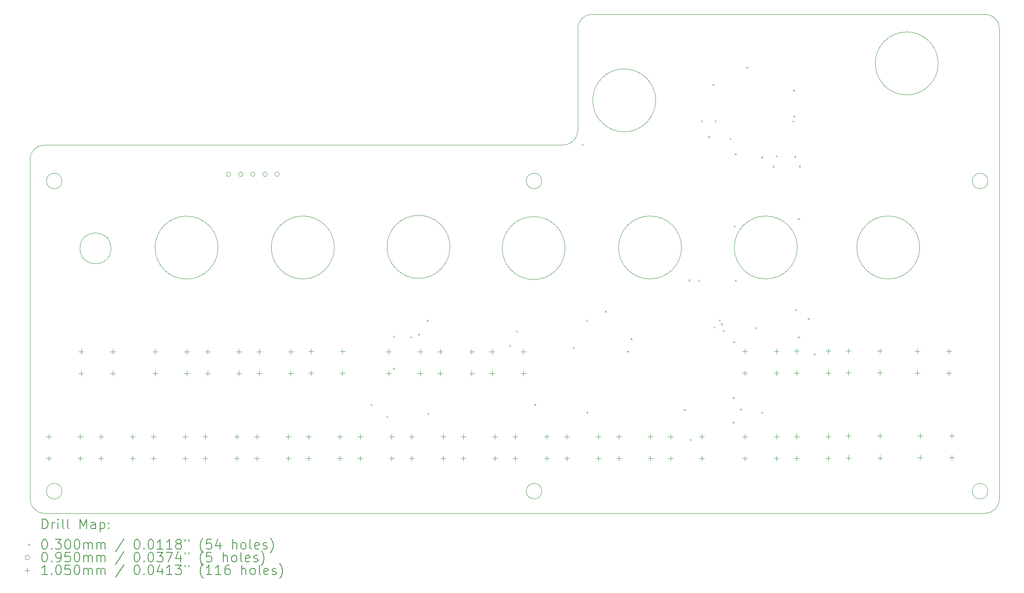
<source format=gbr>
%TF.GenerationSoftware,KiCad,Pcbnew,8.0.8*%
%TF.CreationDate,2025-03-23T17:18:38+09:00*%
%TF.ProjectId,panelBoard,70616e65-6c42-46f6-9172-642e6b696361,rev?*%
%TF.SameCoordinates,Original*%
%TF.FileFunction,Drillmap*%
%TF.FilePolarity,Positive*%
%FSLAX45Y45*%
G04 Gerber Fmt 4.5, Leading zero omitted, Abs format (unit mm)*
G04 Created by KiCad (PCBNEW 8.0.8) date 2025-03-23 17:18:38*
%MOMM*%
%LPD*%
G01*
G04 APERTURE LIST*
%ADD10C,0.050000*%
%ADD11C,0.100000*%
%ADD12C,0.200000*%
%ADD13C,0.105000*%
G04 APERTURE END LIST*
D10*
X9778200Y-10113400D02*
G75*
G02*
X8478200Y-10113400I-650000J0D01*
G01*
X8478200Y-10113400D02*
G75*
G02*
X9778200Y-10113400I650000J0D01*
G01*
D11*
X3800000Y-15600000D02*
G75*
G02*
X3500000Y-15300000I0J300000D01*
G01*
X23500000Y-15300000D02*
G75*
G02*
X23200000Y-15600000I-300000J0D01*
G01*
D10*
X4160000Y-15141500D02*
G75*
G02*
X3840000Y-15141500I-160000J0D01*
G01*
X3840000Y-15141500D02*
G75*
G02*
X4160000Y-15141500I160000J0D01*
G01*
X14060000Y-15141500D02*
G75*
G02*
X13740000Y-15141500I-160000J0D01*
G01*
X13740000Y-15141500D02*
G75*
G02*
X14060000Y-15141500I160000J0D01*
G01*
D11*
X23200000Y-15600000D02*
X3800000Y-15600000D01*
X3800000Y-8000000D02*
X14000000Y-8000000D01*
X3500000Y-8300000D02*
X3500000Y-15300000D01*
X15100000Y-5300000D02*
X23200000Y-5300000D01*
D10*
X14060000Y-8741500D02*
G75*
G02*
X13740000Y-8741500I-160000J0D01*
G01*
X13740000Y-8741500D02*
G75*
G02*
X14060000Y-8741500I160000J0D01*
G01*
D11*
X23500000Y-5600000D02*
X23500000Y-15300000D01*
D10*
X22236900Y-6316100D02*
G75*
G02*
X20936900Y-6316100I-650000J0D01*
G01*
X20936900Y-6316100D02*
G75*
G02*
X22236900Y-6316100I650000J0D01*
G01*
X7380200Y-10115700D02*
G75*
G02*
X6080200Y-10115700I-650000J0D01*
G01*
X6080200Y-10115700D02*
G75*
G02*
X7380200Y-10115700I650000J0D01*
G01*
D11*
X14800000Y-5600000D02*
G75*
G02*
X15100000Y-5300000I300000J0D01*
G01*
D10*
X23260000Y-8741500D02*
G75*
G02*
X22940000Y-8741500I-160000J0D01*
G01*
X22940000Y-8741500D02*
G75*
G02*
X23260000Y-8741500I160000J0D01*
G01*
D11*
X3500000Y-8300000D02*
G75*
G02*
X3800000Y-8000000I300000J0D01*
G01*
D10*
X16941000Y-10113400D02*
G75*
G02*
X15641000Y-10113400I-650000J0D01*
G01*
X15641000Y-10113400D02*
G75*
G02*
X16941000Y-10113400I650000J0D01*
G01*
D11*
X14800000Y-7700000D02*
X14800000Y-5600000D01*
D10*
X16407600Y-7078100D02*
G75*
G02*
X15107600Y-7078100I-650000J0D01*
G01*
X15107600Y-7078100D02*
G75*
G02*
X16407600Y-7078100I650000J0D01*
G01*
D11*
X23200000Y-5300000D02*
G75*
G02*
X23500000Y-5600000I0J-300000D01*
G01*
D10*
X21855900Y-10113400D02*
G75*
G02*
X20555900Y-10113400I-650000J0D01*
G01*
X20555900Y-10113400D02*
G75*
G02*
X21855900Y-10113400I650000J0D01*
G01*
X5171470Y-10131950D02*
G75*
G02*
X4531470Y-10131950I-320000J0D01*
G01*
X4531470Y-10131950D02*
G75*
G02*
X5171470Y-10131950I320000J0D01*
G01*
X19328600Y-10113400D02*
G75*
G02*
X18028600Y-10113400I-650000J0D01*
G01*
X18028600Y-10113400D02*
G75*
G02*
X19328600Y-10113400I650000J0D01*
G01*
D11*
X14000000Y-8000000D02*
X14500000Y-8000000D01*
D10*
X14540700Y-10126100D02*
G75*
G02*
X13240700Y-10126100I-650000J0D01*
G01*
X13240700Y-10126100D02*
G75*
G02*
X14540700Y-10126100I650000J0D01*
G01*
X4160000Y-8741500D02*
G75*
G02*
X3840000Y-8741500I-160000J0D01*
G01*
X3840000Y-8741500D02*
G75*
G02*
X4160000Y-8741500I160000J0D01*
G01*
X12165800Y-10100700D02*
G75*
G02*
X10865800Y-10100700I-650000J0D01*
G01*
X10865800Y-10100700D02*
G75*
G02*
X12165800Y-10100700I650000J0D01*
G01*
X23260000Y-15141500D02*
G75*
G02*
X22940000Y-15141500I-160000J0D01*
G01*
X22940000Y-15141500D02*
G75*
G02*
X23260000Y-15141500I160000J0D01*
G01*
D11*
X14800000Y-7700000D02*
G75*
G02*
X14500000Y-8000000I-300000J0D01*
G01*
D12*
D11*
X10530300Y-13342700D02*
X10560300Y-13372700D01*
X10560300Y-13342700D02*
X10530300Y-13372700D01*
X10856100Y-13592100D02*
X10886100Y-13622100D01*
X10886100Y-13592100D02*
X10856100Y-13622100D01*
X10990800Y-12594500D02*
X11020800Y-12624500D01*
X11020800Y-12594500D02*
X10990800Y-12624500D01*
X10993500Y-11936300D02*
X11023500Y-11966300D01*
X11023500Y-11936300D02*
X10993500Y-11966300D01*
X11345200Y-11947100D02*
X11375200Y-11977100D01*
X11375200Y-11947100D02*
X11345200Y-11977100D01*
X11505700Y-11891000D02*
X11535700Y-11921000D01*
X11535700Y-11891000D02*
X11505700Y-11921000D01*
X11686500Y-11603000D02*
X11716500Y-11633000D01*
X11716500Y-11603000D02*
X11686500Y-11633000D01*
X11700000Y-13522600D02*
X11730000Y-13552600D01*
X11730000Y-13522600D02*
X11700000Y-13552600D01*
X13385500Y-12126800D02*
X13415500Y-12156800D01*
X13415500Y-12126800D02*
X13385500Y-12156800D01*
X13535900Y-11824900D02*
X13565900Y-11854900D01*
X13565900Y-11824900D02*
X13535900Y-11854900D01*
X13903200Y-13339700D02*
X13933200Y-13369700D01*
X13933200Y-13339700D02*
X13903200Y-13369700D01*
X14700400Y-12168100D02*
X14730400Y-12198100D01*
X14730400Y-12168100D02*
X14700400Y-12198100D01*
X14885000Y-7978240D02*
X14915000Y-8008240D01*
X14915000Y-7978240D02*
X14885000Y-8008240D01*
X14976100Y-11605600D02*
X15006100Y-11635600D01*
X15006100Y-11605600D02*
X14976100Y-11635600D01*
X14979200Y-13502700D02*
X15009200Y-13532700D01*
X15009200Y-13502700D02*
X14979200Y-13532700D01*
X15359900Y-11419400D02*
X15389900Y-11449400D01*
X15389900Y-11419400D02*
X15359900Y-11449400D01*
X15820900Y-12244700D02*
X15850900Y-12274700D01*
X15850900Y-12244700D02*
X15820900Y-12274700D01*
X15891600Y-11986600D02*
X15921600Y-12016600D01*
X15921600Y-11986600D02*
X15891600Y-12016600D01*
X16987800Y-13446800D02*
X17017800Y-13476800D01*
X17017800Y-13446800D02*
X16987800Y-13476800D01*
X17085000Y-10775404D02*
X17115000Y-10805404D01*
X17115000Y-10775404D02*
X17085000Y-10805404D01*
X17110700Y-14065800D02*
X17140700Y-14095800D01*
X17140700Y-14065800D02*
X17110700Y-14095800D01*
X17285000Y-10785000D02*
X17315000Y-10815000D01*
X17315000Y-10785000D02*
X17285000Y-10815000D01*
X17345900Y-7490830D02*
X17375900Y-7520830D01*
X17375900Y-7490830D02*
X17345900Y-7520830D01*
X17488100Y-7816260D02*
X17518100Y-7846260D01*
X17518100Y-7816260D02*
X17488100Y-7846260D01*
X17581200Y-6741240D02*
X17611200Y-6771240D01*
X17611200Y-6741240D02*
X17581200Y-6771240D01*
X17602000Y-11743300D02*
X17632000Y-11773300D01*
X17632000Y-11743300D02*
X17602000Y-11773300D01*
X17626550Y-7486350D02*
X17656550Y-7516350D01*
X17656550Y-7486350D02*
X17626550Y-7516350D01*
X17714900Y-11601800D02*
X17744900Y-11631800D01*
X17744900Y-11601800D02*
X17714900Y-11631800D01*
X17755000Y-11681600D02*
X17785000Y-11711600D01*
X17785000Y-11681600D02*
X17755000Y-11711600D01*
X17795200Y-11818000D02*
X17825200Y-11848000D01*
X17825200Y-11818000D02*
X17795200Y-11848000D01*
X17934100Y-7859740D02*
X17964100Y-7889740D01*
X17964100Y-7859740D02*
X17934100Y-7889740D01*
X17992000Y-13703200D02*
X18022000Y-13733200D01*
X18022000Y-13703200D02*
X17992000Y-13733200D01*
X17995900Y-13200600D02*
X18025900Y-13230600D01*
X18025900Y-13200600D02*
X17995900Y-13230600D01*
X18005500Y-12051600D02*
X18035500Y-12081600D01*
X18035500Y-12051600D02*
X18005500Y-12081600D01*
X18019000Y-9662400D02*
X18049000Y-9692400D01*
X18049000Y-9662400D02*
X18019000Y-9692400D01*
X18040100Y-8172300D02*
X18070100Y-8202300D01*
X18070100Y-8172300D02*
X18040100Y-8202300D01*
X18044400Y-10780000D02*
X18074400Y-10810000D01*
X18074400Y-10780000D02*
X18044400Y-10810000D01*
X18147200Y-13439100D02*
X18177200Y-13469100D01*
X18177200Y-13439100D02*
X18147200Y-13469100D01*
X18277000Y-6384750D02*
X18307000Y-6414750D01*
X18307000Y-6384750D02*
X18277000Y-6414750D01*
X18460900Y-11758900D02*
X18490900Y-11788900D01*
X18490900Y-11758900D02*
X18460900Y-11788900D01*
X18584800Y-8233880D02*
X18614800Y-8263880D01*
X18614800Y-8233880D02*
X18584800Y-8263880D01*
X18589700Y-13500200D02*
X18619700Y-13530200D01*
X18619700Y-13500200D02*
X18589700Y-13530200D01*
X18822400Y-8428420D02*
X18852400Y-8458420D01*
X18852400Y-8428420D02*
X18822400Y-8458420D01*
X18888200Y-8214250D02*
X18918200Y-8244250D01*
X18918200Y-8214250D02*
X18888200Y-8244250D01*
X19230300Y-7496150D02*
X19260300Y-7526150D01*
X19260300Y-7496150D02*
X19230300Y-7526150D01*
X19242000Y-6858720D02*
X19272000Y-6888720D01*
X19272000Y-6858720D02*
X19242000Y-6888720D01*
X19247600Y-7393710D02*
X19277600Y-7423710D01*
X19277600Y-7393710D02*
X19247600Y-7423710D01*
X19271200Y-8225520D02*
X19301200Y-8255520D01*
X19301200Y-8225520D02*
X19271200Y-8255520D01*
X19289000Y-11389600D02*
X19319000Y-11419600D01*
X19319000Y-11389600D02*
X19289000Y-11419600D01*
X19345000Y-9510470D02*
X19375000Y-9540470D01*
X19375000Y-9510470D02*
X19345000Y-9540470D01*
X19345000Y-11947900D02*
X19375000Y-11977900D01*
X19375000Y-11947900D02*
X19345000Y-11977900D01*
X19365000Y-8422160D02*
X19395000Y-8452160D01*
X19395000Y-8422160D02*
X19365000Y-8452160D01*
X19547100Y-11566500D02*
X19577100Y-11596500D01*
X19577100Y-11566500D02*
X19547100Y-11596500D01*
X19670700Y-12298600D02*
X19700700Y-12328600D01*
X19700700Y-12298600D02*
X19670700Y-12328600D01*
X7644600Y-8602100D02*
G75*
G02*
X7549600Y-8602100I-47500J0D01*
G01*
X7549600Y-8602100D02*
G75*
G02*
X7644600Y-8602100I47500J0D01*
G01*
X7894600Y-8602100D02*
G75*
G02*
X7799600Y-8602100I-47500J0D01*
G01*
X7799600Y-8602100D02*
G75*
G02*
X7894600Y-8602100I47500J0D01*
G01*
X8144600Y-8602100D02*
G75*
G02*
X8049600Y-8602100I-47500J0D01*
G01*
X8049600Y-8602100D02*
G75*
G02*
X8144600Y-8602100I47500J0D01*
G01*
X8394600Y-8602100D02*
G75*
G02*
X8299600Y-8602100I-47500J0D01*
G01*
X8299600Y-8602100D02*
G75*
G02*
X8394600Y-8602100I47500J0D01*
G01*
X8644600Y-8602100D02*
G75*
G02*
X8549600Y-8602100I-47500J0D01*
G01*
X8549600Y-8602100D02*
G75*
G02*
X8644600Y-8602100I47500J0D01*
G01*
D13*
X3886600Y-13963400D02*
X3886600Y-14068400D01*
X3834100Y-14015900D02*
X3939100Y-14015900D01*
X3886600Y-14413400D02*
X3886600Y-14518400D01*
X3834100Y-14465900D02*
X3939100Y-14465900D01*
X4536600Y-13963400D02*
X4536600Y-14068400D01*
X4484100Y-14015900D02*
X4589100Y-14015900D01*
X4536600Y-14413400D02*
X4536600Y-14518400D01*
X4484100Y-14465900D02*
X4589100Y-14465900D01*
X4556200Y-12207200D02*
X4556200Y-12312200D01*
X4503700Y-12259700D02*
X4608700Y-12259700D01*
X4556200Y-12657200D02*
X4556200Y-12762200D01*
X4503700Y-12709700D02*
X4608700Y-12709700D01*
X4966100Y-13963400D02*
X4966100Y-14068400D01*
X4913600Y-14015900D02*
X5018600Y-14015900D01*
X4966100Y-14413400D02*
X4966100Y-14518400D01*
X4913600Y-14465900D02*
X5018600Y-14465900D01*
X5206200Y-12207200D02*
X5206200Y-12312200D01*
X5153700Y-12259700D02*
X5258700Y-12259700D01*
X5206200Y-12657200D02*
X5206200Y-12762200D01*
X5153700Y-12709700D02*
X5258700Y-12709700D01*
X5616100Y-13963400D02*
X5616100Y-14068400D01*
X5563600Y-14015900D02*
X5668600Y-14015900D01*
X5616100Y-14413400D02*
X5616100Y-14518400D01*
X5563600Y-14465900D02*
X5668600Y-14465900D01*
X6048100Y-13963400D02*
X6048100Y-14068400D01*
X5995600Y-14015900D02*
X6100600Y-14015900D01*
X6048100Y-14413400D02*
X6048100Y-14518400D01*
X5995600Y-14465900D02*
X6100600Y-14465900D01*
X6080200Y-12207200D02*
X6080200Y-12312200D01*
X6027700Y-12259700D02*
X6132700Y-12259700D01*
X6080200Y-12657200D02*
X6080200Y-12762200D01*
X6027700Y-12709700D02*
X6132700Y-12709700D01*
X6698100Y-13963400D02*
X6698100Y-14068400D01*
X6645600Y-14015900D02*
X6750600Y-14015900D01*
X6698100Y-14413400D02*
X6698100Y-14518400D01*
X6645600Y-14465900D02*
X6750600Y-14465900D01*
X6730200Y-12207200D02*
X6730200Y-12312200D01*
X6677700Y-12259700D02*
X6782700Y-12259700D01*
X6730200Y-12657200D02*
X6730200Y-12762200D01*
X6677700Y-12709700D02*
X6782700Y-12709700D01*
X7114700Y-13963400D02*
X7114700Y-14068400D01*
X7062200Y-14015900D02*
X7167200Y-14015900D01*
X7114700Y-14413400D02*
X7114700Y-14518400D01*
X7062200Y-14465900D02*
X7167200Y-14465900D01*
X7162000Y-12207200D02*
X7162000Y-12312200D01*
X7109500Y-12259700D02*
X7214500Y-12259700D01*
X7162000Y-12657200D02*
X7162000Y-12762200D01*
X7109500Y-12709700D02*
X7214500Y-12709700D01*
X7764700Y-13963400D02*
X7764700Y-14068400D01*
X7712200Y-14015900D02*
X7817200Y-14015900D01*
X7764700Y-14413400D02*
X7764700Y-14518400D01*
X7712200Y-14465900D02*
X7817200Y-14465900D01*
X7812000Y-12207200D02*
X7812000Y-12312200D01*
X7759500Y-12259700D02*
X7864500Y-12259700D01*
X7812000Y-12657200D02*
X7812000Y-12762200D01*
X7759500Y-12709700D02*
X7864500Y-12709700D01*
X8179200Y-13963400D02*
X8179200Y-14068400D01*
X8126700Y-14015900D02*
X8231700Y-14015900D01*
X8179200Y-14413400D02*
X8179200Y-14518400D01*
X8126700Y-14465900D02*
X8231700Y-14465900D01*
X8228800Y-12207200D02*
X8228800Y-12312200D01*
X8176300Y-12259700D02*
X8281300Y-12259700D01*
X8228800Y-12657200D02*
X8228800Y-12762200D01*
X8176300Y-12709700D02*
X8281300Y-12709700D01*
X8829200Y-13963400D02*
X8829200Y-14068400D01*
X8776700Y-14015900D02*
X8881700Y-14015900D01*
X8829200Y-14413400D02*
X8829200Y-14518400D01*
X8776700Y-14465900D02*
X8881700Y-14465900D01*
X8878800Y-12207200D02*
X8878800Y-12312200D01*
X8826300Y-12259700D02*
X8931300Y-12259700D01*
X8878800Y-12657200D02*
X8878800Y-12762200D01*
X8826300Y-12709700D02*
X8931300Y-12709700D01*
X9246000Y-13963400D02*
X9246000Y-14068400D01*
X9193500Y-14015900D02*
X9298500Y-14015900D01*
X9246000Y-14413400D02*
X9246000Y-14518400D01*
X9193500Y-14465900D02*
X9298500Y-14465900D01*
X9295600Y-12201700D02*
X9295600Y-12306700D01*
X9243100Y-12254200D02*
X9348100Y-12254200D01*
X9295600Y-12651700D02*
X9295600Y-12756700D01*
X9243100Y-12704200D02*
X9348100Y-12704200D01*
X9896000Y-13963400D02*
X9896000Y-14068400D01*
X9843500Y-14015900D02*
X9948500Y-14015900D01*
X9896000Y-14413400D02*
X9896000Y-14518400D01*
X9843500Y-14465900D02*
X9948500Y-14465900D01*
X9945600Y-12201700D02*
X9945600Y-12306700D01*
X9893100Y-12254200D02*
X9998100Y-12254200D01*
X9945600Y-12651700D02*
X9945600Y-12756700D01*
X9893100Y-12704200D02*
X9998100Y-12704200D01*
X10311600Y-13963400D02*
X10311600Y-14068400D01*
X10259100Y-14015900D02*
X10364100Y-14015900D01*
X10311600Y-14413400D02*
X10311600Y-14518400D01*
X10259100Y-14465900D02*
X10364100Y-14465900D01*
X10898100Y-12207200D02*
X10898100Y-12312200D01*
X10845600Y-12259700D02*
X10950600Y-12259700D01*
X10898100Y-12657200D02*
X10898100Y-12762200D01*
X10845600Y-12709700D02*
X10950600Y-12709700D01*
X10961600Y-13963400D02*
X10961600Y-14068400D01*
X10909100Y-14015900D02*
X11014100Y-14015900D01*
X10961600Y-14413400D02*
X10961600Y-14518400D01*
X10909100Y-14465900D02*
X11014100Y-14465900D01*
X11375900Y-13963400D02*
X11375900Y-14068400D01*
X11323400Y-14015900D02*
X11428400Y-14015900D01*
X11375900Y-14413400D02*
X11375900Y-14518400D01*
X11323400Y-14465900D02*
X11428400Y-14465900D01*
X11548100Y-12207200D02*
X11548100Y-12312200D01*
X11495600Y-12259700D02*
X11600600Y-12259700D01*
X11548100Y-12657200D02*
X11548100Y-12762200D01*
X11495600Y-12709700D02*
X11600600Y-12709700D01*
X11962600Y-12207200D02*
X11962600Y-12312200D01*
X11910100Y-12259700D02*
X12015100Y-12259700D01*
X11962600Y-12657200D02*
X11962600Y-12762200D01*
X11910100Y-12709700D02*
X12015100Y-12709700D01*
X12025900Y-13963400D02*
X12025900Y-14068400D01*
X11973400Y-14015900D02*
X12078400Y-14015900D01*
X12025900Y-14413400D02*
X12025900Y-14518400D01*
X11973400Y-14465900D02*
X12078400Y-14465900D01*
X12442700Y-13963400D02*
X12442700Y-14068400D01*
X12390200Y-14015900D02*
X12495200Y-14015900D01*
X12442700Y-14413400D02*
X12442700Y-14518400D01*
X12390200Y-14465900D02*
X12495200Y-14465900D01*
X12612600Y-12207200D02*
X12612600Y-12312200D01*
X12560100Y-12259700D02*
X12665100Y-12259700D01*
X12612600Y-12657200D02*
X12612600Y-12762200D01*
X12560100Y-12709700D02*
X12665100Y-12709700D01*
X13029400Y-12207200D02*
X13029400Y-12312200D01*
X12976900Y-12259700D02*
X13081900Y-12259700D01*
X13029400Y-12657200D02*
X13029400Y-12762200D01*
X12976900Y-12709700D02*
X13081900Y-12709700D01*
X13092700Y-13963400D02*
X13092700Y-14068400D01*
X13040200Y-14015900D02*
X13145200Y-14015900D01*
X13092700Y-14413400D02*
X13092700Y-14518400D01*
X13040200Y-14465900D02*
X13145200Y-14465900D01*
X13509500Y-13963400D02*
X13509500Y-14068400D01*
X13457000Y-14015900D02*
X13562000Y-14015900D01*
X13509500Y-14413400D02*
X13509500Y-14518400D01*
X13457000Y-14465900D02*
X13562000Y-14465900D01*
X13679400Y-12207200D02*
X13679400Y-12312200D01*
X13626900Y-12259700D02*
X13731900Y-12259700D01*
X13679400Y-12657200D02*
X13679400Y-12762200D01*
X13626900Y-12709700D02*
X13731900Y-12709700D01*
X14159500Y-13963400D02*
X14159500Y-14068400D01*
X14107000Y-14015900D02*
X14212000Y-14015900D01*
X14159500Y-14413400D02*
X14159500Y-14518400D01*
X14107000Y-14465900D02*
X14212000Y-14465900D01*
X14576300Y-13963400D02*
X14576300Y-14068400D01*
X14523800Y-14015900D02*
X14628800Y-14015900D01*
X14576300Y-14413400D02*
X14576300Y-14518400D01*
X14523800Y-14465900D02*
X14628800Y-14465900D01*
X15226300Y-13963400D02*
X15226300Y-14068400D01*
X15173800Y-14015900D02*
X15278800Y-14015900D01*
X15226300Y-14413400D02*
X15226300Y-14518400D01*
X15173800Y-14465900D02*
X15278800Y-14465900D01*
X15645600Y-13963400D02*
X15645600Y-14068400D01*
X15593100Y-14015900D02*
X15698100Y-14015900D01*
X15645600Y-14413400D02*
X15645600Y-14518400D01*
X15593100Y-14465900D02*
X15698100Y-14465900D01*
X16295600Y-13963400D02*
X16295600Y-14068400D01*
X16243100Y-14015900D02*
X16348100Y-14015900D01*
X16295600Y-14413400D02*
X16295600Y-14518400D01*
X16243100Y-14465900D02*
X16348100Y-14465900D01*
X16712200Y-13963400D02*
X16712200Y-14068400D01*
X16659700Y-14015900D02*
X16764700Y-14015900D01*
X16712200Y-14413400D02*
X16712200Y-14518400D01*
X16659700Y-14465900D02*
X16764700Y-14465900D01*
X17362200Y-13963400D02*
X17362200Y-14068400D01*
X17309700Y-14015900D02*
X17414700Y-14015900D01*
X17362200Y-14413400D02*
X17362200Y-14518400D01*
X17309700Y-14465900D02*
X17414700Y-14465900D01*
X18250300Y-12201700D02*
X18250300Y-12306700D01*
X18197800Y-12254200D02*
X18302800Y-12254200D01*
X18250300Y-12651700D02*
X18250300Y-12756700D01*
X18197800Y-12704200D02*
X18302800Y-12704200D01*
X18250300Y-13963400D02*
X18250300Y-14068400D01*
X18197800Y-14015900D02*
X18302800Y-14015900D01*
X18250300Y-14413400D02*
X18250300Y-14518400D01*
X18197800Y-14465900D02*
X18302800Y-14465900D01*
X18900300Y-12201700D02*
X18900300Y-12306700D01*
X18847800Y-12254200D02*
X18952800Y-12254200D01*
X18900300Y-12651700D02*
X18900300Y-12756700D01*
X18847800Y-12704200D02*
X18952800Y-12704200D01*
X18900300Y-13963400D02*
X18900300Y-14068400D01*
X18847800Y-14015900D02*
X18952800Y-14015900D01*
X18900300Y-14413400D02*
X18900300Y-14518400D01*
X18847800Y-14465900D02*
X18952800Y-14465900D01*
X19317100Y-12198100D02*
X19317100Y-12303100D01*
X19264600Y-12250600D02*
X19369600Y-12250600D01*
X19317100Y-12648100D02*
X19317100Y-12753100D01*
X19264600Y-12700600D02*
X19369600Y-12700600D01*
X19318400Y-13959800D02*
X19318400Y-14064800D01*
X19265900Y-14012300D02*
X19370900Y-14012300D01*
X19318400Y-14409800D02*
X19318400Y-14514800D01*
X19265900Y-14462300D02*
X19370900Y-14462300D01*
X19967100Y-12198100D02*
X19967100Y-12303100D01*
X19914600Y-12250600D02*
X20019600Y-12250600D01*
X19967100Y-12648100D02*
X19967100Y-12753100D01*
X19914600Y-12700600D02*
X20019600Y-12700600D01*
X19968400Y-13959800D02*
X19968400Y-14064800D01*
X19915900Y-14012300D02*
X20020900Y-14012300D01*
X19968400Y-14409800D02*
X19968400Y-14514800D01*
X19915900Y-14462300D02*
X20020900Y-14462300D01*
X20380400Y-12194500D02*
X20380400Y-12299500D01*
X20327900Y-12247000D02*
X20432900Y-12247000D01*
X20380400Y-12644500D02*
X20380400Y-12749500D01*
X20327900Y-12697000D02*
X20432900Y-12697000D01*
X20384100Y-13950700D02*
X20384100Y-14055700D01*
X20331600Y-14003200D02*
X20436600Y-14003200D01*
X20384100Y-14400700D02*
X20384100Y-14505700D01*
X20331600Y-14453200D02*
X20436600Y-14453200D01*
X21030400Y-12194500D02*
X21030400Y-12299500D01*
X20977900Y-12247000D02*
X21082900Y-12247000D01*
X21030400Y-12644500D02*
X21030400Y-12749500D01*
X20977900Y-12697000D02*
X21082900Y-12697000D01*
X21034100Y-13950700D02*
X21034100Y-14055700D01*
X20981600Y-14003200D02*
X21086600Y-14003200D01*
X21034100Y-14400700D02*
X21034100Y-14505700D01*
X20981600Y-14453200D02*
X21086600Y-14453200D01*
X21802800Y-12201700D02*
X21802800Y-12306700D01*
X21750300Y-12254200D02*
X21855300Y-12254200D01*
X21802800Y-12651700D02*
X21802800Y-12756700D01*
X21750300Y-12704200D02*
X21855300Y-12704200D01*
X21866300Y-13947100D02*
X21866300Y-14052100D01*
X21813800Y-13999600D02*
X21918800Y-13999600D01*
X21866300Y-14397100D02*
X21866300Y-14502100D01*
X21813800Y-14449600D02*
X21918800Y-14449600D01*
X22452800Y-12201700D02*
X22452800Y-12306700D01*
X22400300Y-12254200D02*
X22505300Y-12254200D01*
X22452800Y-12651700D02*
X22452800Y-12756700D01*
X22400300Y-12704200D02*
X22505300Y-12704200D01*
X22516300Y-13947100D02*
X22516300Y-14052100D01*
X22463800Y-13999600D02*
X22568800Y-13999600D01*
X22516300Y-14397100D02*
X22516300Y-14502100D01*
X22463800Y-14449600D02*
X22568800Y-14449600D01*
D12*
X3755777Y-15916484D02*
X3755777Y-15716484D01*
X3755777Y-15716484D02*
X3803396Y-15716484D01*
X3803396Y-15716484D02*
X3831967Y-15726008D01*
X3831967Y-15726008D02*
X3851015Y-15745055D01*
X3851015Y-15745055D02*
X3860539Y-15764103D01*
X3860539Y-15764103D02*
X3870062Y-15802198D01*
X3870062Y-15802198D02*
X3870062Y-15830769D01*
X3870062Y-15830769D02*
X3860539Y-15868865D01*
X3860539Y-15868865D02*
X3851015Y-15887912D01*
X3851015Y-15887912D02*
X3831967Y-15906960D01*
X3831967Y-15906960D02*
X3803396Y-15916484D01*
X3803396Y-15916484D02*
X3755777Y-15916484D01*
X3955777Y-15916484D02*
X3955777Y-15783150D01*
X3955777Y-15821246D02*
X3965301Y-15802198D01*
X3965301Y-15802198D02*
X3974824Y-15792674D01*
X3974824Y-15792674D02*
X3993872Y-15783150D01*
X3993872Y-15783150D02*
X4012920Y-15783150D01*
X4079586Y-15916484D02*
X4079586Y-15783150D01*
X4079586Y-15716484D02*
X4070062Y-15726008D01*
X4070062Y-15726008D02*
X4079586Y-15735531D01*
X4079586Y-15735531D02*
X4089110Y-15726008D01*
X4089110Y-15726008D02*
X4079586Y-15716484D01*
X4079586Y-15716484D02*
X4079586Y-15735531D01*
X4203396Y-15916484D02*
X4184348Y-15906960D01*
X4184348Y-15906960D02*
X4174824Y-15887912D01*
X4174824Y-15887912D02*
X4174824Y-15716484D01*
X4308158Y-15916484D02*
X4289110Y-15906960D01*
X4289110Y-15906960D02*
X4279586Y-15887912D01*
X4279586Y-15887912D02*
X4279586Y-15716484D01*
X4536729Y-15916484D02*
X4536729Y-15716484D01*
X4536729Y-15716484D02*
X4603396Y-15859341D01*
X4603396Y-15859341D02*
X4670063Y-15716484D01*
X4670063Y-15716484D02*
X4670063Y-15916484D01*
X4851015Y-15916484D02*
X4851015Y-15811722D01*
X4851015Y-15811722D02*
X4841491Y-15792674D01*
X4841491Y-15792674D02*
X4822444Y-15783150D01*
X4822444Y-15783150D02*
X4784348Y-15783150D01*
X4784348Y-15783150D02*
X4765301Y-15792674D01*
X4851015Y-15906960D02*
X4831967Y-15916484D01*
X4831967Y-15916484D02*
X4784348Y-15916484D01*
X4784348Y-15916484D02*
X4765301Y-15906960D01*
X4765301Y-15906960D02*
X4755777Y-15887912D01*
X4755777Y-15887912D02*
X4755777Y-15868865D01*
X4755777Y-15868865D02*
X4765301Y-15849817D01*
X4765301Y-15849817D02*
X4784348Y-15840293D01*
X4784348Y-15840293D02*
X4831967Y-15840293D01*
X4831967Y-15840293D02*
X4851015Y-15830769D01*
X4946253Y-15783150D02*
X4946253Y-15983150D01*
X4946253Y-15792674D02*
X4965301Y-15783150D01*
X4965301Y-15783150D02*
X5003396Y-15783150D01*
X5003396Y-15783150D02*
X5022444Y-15792674D01*
X5022444Y-15792674D02*
X5031967Y-15802198D01*
X5031967Y-15802198D02*
X5041491Y-15821246D01*
X5041491Y-15821246D02*
X5041491Y-15878388D01*
X5041491Y-15878388D02*
X5031967Y-15897436D01*
X5031967Y-15897436D02*
X5022444Y-15906960D01*
X5022444Y-15906960D02*
X5003396Y-15916484D01*
X5003396Y-15916484D02*
X4965301Y-15916484D01*
X4965301Y-15916484D02*
X4946253Y-15906960D01*
X5127205Y-15897436D02*
X5136729Y-15906960D01*
X5136729Y-15906960D02*
X5127205Y-15916484D01*
X5127205Y-15916484D02*
X5117682Y-15906960D01*
X5117682Y-15906960D02*
X5127205Y-15897436D01*
X5127205Y-15897436D02*
X5127205Y-15916484D01*
X5127205Y-15792674D02*
X5136729Y-15802198D01*
X5136729Y-15802198D02*
X5127205Y-15811722D01*
X5127205Y-15811722D02*
X5117682Y-15802198D01*
X5117682Y-15802198D02*
X5127205Y-15792674D01*
X5127205Y-15792674D02*
X5127205Y-15811722D01*
D11*
X3465000Y-16230000D02*
X3495000Y-16260000D01*
X3495000Y-16230000D02*
X3465000Y-16260000D01*
D12*
X3793872Y-16136484D02*
X3812920Y-16136484D01*
X3812920Y-16136484D02*
X3831967Y-16146008D01*
X3831967Y-16146008D02*
X3841491Y-16155531D01*
X3841491Y-16155531D02*
X3851015Y-16174579D01*
X3851015Y-16174579D02*
X3860539Y-16212674D01*
X3860539Y-16212674D02*
X3860539Y-16260293D01*
X3860539Y-16260293D02*
X3851015Y-16298388D01*
X3851015Y-16298388D02*
X3841491Y-16317436D01*
X3841491Y-16317436D02*
X3831967Y-16326960D01*
X3831967Y-16326960D02*
X3812920Y-16336484D01*
X3812920Y-16336484D02*
X3793872Y-16336484D01*
X3793872Y-16336484D02*
X3774824Y-16326960D01*
X3774824Y-16326960D02*
X3765301Y-16317436D01*
X3765301Y-16317436D02*
X3755777Y-16298388D01*
X3755777Y-16298388D02*
X3746253Y-16260293D01*
X3746253Y-16260293D02*
X3746253Y-16212674D01*
X3746253Y-16212674D02*
X3755777Y-16174579D01*
X3755777Y-16174579D02*
X3765301Y-16155531D01*
X3765301Y-16155531D02*
X3774824Y-16146008D01*
X3774824Y-16146008D02*
X3793872Y-16136484D01*
X3946253Y-16317436D02*
X3955777Y-16326960D01*
X3955777Y-16326960D02*
X3946253Y-16336484D01*
X3946253Y-16336484D02*
X3936729Y-16326960D01*
X3936729Y-16326960D02*
X3946253Y-16317436D01*
X3946253Y-16317436D02*
X3946253Y-16336484D01*
X4022443Y-16136484D02*
X4146253Y-16136484D01*
X4146253Y-16136484D02*
X4079586Y-16212674D01*
X4079586Y-16212674D02*
X4108158Y-16212674D01*
X4108158Y-16212674D02*
X4127205Y-16222198D01*
X4127205Y-16222198D02*
X4136729Y-16231722D01*
X4136729Y-16231722D02*
X4146253Y-16250769D01*
X4146253Y-16250769D02*
X4146253Y-16298388D01*
X4146253Y-16298388D02*
X4136729Y-16317436D01*
X4136729Y-16317436D02*
X4127205Y-16326960D01*
X4127205Y-16326960D02*
X4108158Y-16336484D01*
X4108158Y-16336484D02*
X4051015Y-16336484D01*
X4051015Y-16336484D02*
X4031967Y-16326960D01*
X4031967Y-16326960D02*
X4022443Y-16317436D01*
X4270063Y-16136484D02*
X4289110Y-16136484D01*
X4289110Y-16136484D02*
X4308158Y-16146008D01*
X4308158Y-16146008D02*
X4317682Y-16155531D01*
X4317682Y-16155531D02*
X4327205Y-16174579D01*
X4327205Y-16174579D02*
X4336729Y-16212674D01*
X4336729Y-16212674D02*
X4336729Y-16260293D01*
X4336729Y-16260293D02*
X4327205Y-16298388D01*
X4327205Y-16298388D02*
X4317682Y-16317436D01*
X4317682Y-16317436D02*
X4308158Y-16326960D01*
X4308158Y-16326960D02*
X4289110Y-16336484D01*
X4289110Y-16336484D02*
X4270063Y-16336484D01*
X4270063Y-16336484D02*
X4251015Y-16326960D01*
X4251015Y-16326960D02*
X4241491Y-16317436D01*
X4241491Y-16317436D02*
X4231967Y-16298388D01*
X4231967Y-16298388D02*
X4222444Y-16260293D01*
X4222444Y-16260293D02*
X4222444Y-16212674D01*
X4222444Y-16212674D02*
X4231967Y-16174579D01*
X4231967Y-16174579D02*
X4241491Y-16155531D01*
X4241491Y-16155531D02*
X4251015Y-16146008D01*
X4251015Y-16146008D02*
X4270063Y-16136484D01*
X4460539Y-16136484D02*
X4479586Y-16136484D01*
X4479586Y-16136484D02*
X4498634Y-16146008D01*
X4498634Y-16146008D02*
X4508158Y-16155531D01*
X4508158Y-16155531D02*
X4517682Y-16174579D01*
X4517682Y-16174579D02*
X4527205Y-16212674D01*
X4527205Y-16212674D02*
X4527205Y-16260293D01*
X4527205Y-16260293D02*
X4517682Y-16298388D01*
X4517682Y-16298388D02*
X4508158Y-16317436D01*
X4508158Y-16317436D02*
X4498634Y-16326960D01*
X4498634Y-16326960D02*
X4479586Y-16336484D01*
X4479586Y-16336484D02*
X4460539Y-16336484D01*
X4460539Y-16336484D02*
X4441491Y-16326960D01*
X4441491Y-16326960D02*
X4431967Y-16317436D01*
X4431967Y-16317436D02*
X4422444Y-16298388D01*
X4422444Y-16298388D02*
X4412920Y-16260293D01*
X4412920Y-16260293D02*
X4412920Y-16212674D01*
X4412920Y-16212674D02*
X4422444Y-16174579D01*
X4422444Y-16174579D02*
X4431967Y-16155531D01*
X4431967Y-16155531D02*
X4441491Y-16146008D01*
X4441491Y-16146008D02*
X4460539Y-16136484D01*
X4612920Y-16336484D02*
X4612920Y-16203150D01*
X4612920Y-16222198D02*
X4622444Y-16212674D01*
X4622444Y-16212674D02*
X4641491Y-16203150D01*
X4641491Y-16203150D02*
X4670063Y-16203150D01*
X4670063Y-16203150D02*
X4689110Y-16212674D01*
X4689110Y-16212674D02*
X4698634Y-16231722D01*
X4698634Y-16231722D02*
X4698634Y-16336484D01*
X4698634Y-16231722D02*
X4708158Y-16212674D01*
X4708158Y-16212674D02*
X4727205Y-16203150D01*
X4727205Y-16203150D02*
X4755777Y-16203150D01*
X4755777Y-16203150D02*
X4774825Y-16212674D01*
X4774825Y-16212674D02*
X4784348Y-16231722D01*
X4784348Y-16231722D02*
X4784348Y-16336484D01*
X4879586Y-16336484D02*
X4879586Y-16203150D01*
X4879586Y-16222198D02*
X4889110Y-16212674D01*
X4889110Y-16212674D02*
X4908158Y-16203150D01*
X4908158Y-16203150D02*
X4936729Y-16203150D01*
X4936729Y-16203150D02*
X4955777Y-16212674D01*
X4955777Y-16212674D02*
X4965301Y-16231722D01*
X4965301Y-16231722D02*
X4965301Y-16336484D01*
X4965301Y-16231722D02*
X4974825Y-16212674D01*
X4974825Y-16212674D02*
X4993872Y-16203150D01*
X4993872Y-16203150D02*
X5022444Y-16203150D01*
X5022444Y-16203150D02*
X5041491Y-16212674D01*
X5041491Y-16212674D02*
X5051015Y-16231722D01*
X5051015Y-16231722D02*
X5051015Y-16336484D01*
X5441491Y-16126960D02*
X5270063Y-16384103D01*
X5698634Y-16136484D02*
X5717682Y-16136484D01*
X5717682Y-16136484D02*
X5736729Y-16146008D01*
X5736729Y-16146008D02*
X5746253Y-16155531D01*
X5746253Y-16155531D02*
X5755777Y-16174579D01*
X5755777Y-16174579D02*
X5765301Y-16212674D01*
X5765301Y-16212674D02*
X5765301Y-16260293D01*
X5765301Y-16260293D02*
X5755777Y-16298388D01*
X5755777Y-16298388D02*
X5746253Y-16317436D01*
X5746253Y-16317436D02*
X5736729Y-16326960D01*
X5736729Y-16326960D02*
X5717682Y-16336484D01*
X5717682Y-16336484D02*
X5698634Y-16336484D01*
X5698634Y-16336484D02*
X5679586Y-16326960D01*
X5679586Y-16326960D02*
X5670063Y-16317436D01*
X5670063Y-16317436D02*
X5660539Y-16298388D01*
X5660539Y-16298388D02*
X5651015Y-16260293D01*
X5651015Y-16260293D02*
X5651015Y-16212674D01*
X5651015Y-16212674D02*
X5660539Y-16174579D01*
X5660539Y-16174579D02*
X5670063Y-16155531D01*
X5670063Y-16155531D02*
X5679586Y-16146008D01*
X5679586Y-16146008D02*
X5698634Y-16136484D01*
X5851015Y-16317436D02*
X5860539Y-16326960D01*
X5860539Y-16326960D02*
X5851015Y-16336484D01*
X5851015Y-16336484D02*
X5841491Y-16326960D01*
X5841491Y-16326960D02*
X5851015Y-16317436D01*
X5851015Y-16317436D02*
X5851015Y-16336484D01*
X5984348Y-16136484D02*
X6003396Y-16136484D01*
X6003396Y-16136484D02*
X6022444Y-16146008D01*
X6022444Y-16146008D02*
X6031967Y-16155531D01*
X6031967Y-16155531D02*
X6041491Y-16174579D01*
X6041491Y-16174579D02*
X6051015Y-16212674D01*
X6051015Y-16212674D02*
X6051015Y-16260293D01*
X6051015Y-16260293D02*
X6041491Y-16298388D01*
X6041491Y-16298388D02*
X6031967Y-16317436D01*
X6031967Y-16317436D02*
X6022444Y-16326960D01*
X6022444Y-16326960D02*
X6003396Y-16336484D01*
X6003396Y-16336484D02*
X5984348Y-16336484D01*
X5984348Y-16336484D02*
X5965301Y-16326960D01*
X5965301Y-16326960D02*
X5955777Y-16317436D01*
X5955777Y-16317436D02*
X5946253Y-16298388D01*
X5946253Y-16298388D02*
X5936729Y-16260293D01*
X5936729Y-16260293D02*
X5936729Y-16212674D01*
X5936729Y-16212674D02*
X5946253Y-16174579D01*
X5946253Y-16174579D02*
X5955777Y-16155531D01*
X5955777Y-16155531D02*
X5965301Y-16146008D01*
X5965301Y-16146008D02*
X5984348Y-16136484D01*
X6241491Y-16336484D02*
X6127206Y-16336484D01*
X6184348Y-16336484D02*
X6184348Y-16136484D01*
X6184348Y-16136484D02*
X6165301Y-16165055D01*
X6165301Y-16165055D02*
X6146253Y-16184103D01*
X6146253Y-16184103D02*
X6127206Y-16193627D01*
X6431967Y-16336484D02*
X6317682Y-16336484D01*
X6374825Y-16336484D02*
X6374825Y-16136484D01*
X6374825Y-16136484D02*
X6355777Y-16165055D01*
X6355777Y-16165055D02*
X6336729Y-16184103D01*
X6336729Y-16184103D02*
X6317682Y-16193627D01*
X6546253Y-16222198D02*
X6527206Y-16212674D01*
X6527206Y-16212674D02*
X6517682Y-16203150D01*
X6517682Y-16203150D02*
X6508158Y-16184103D01*
X6508158Y-16184103D02*
X6508158Y-16174579D01*
X6508158Y-16174579D02*
X6517682Y-16155531D01*
X6517682Y-16155531D02*
X6527206Y-16146008D01*
X6527206Y-16146008D02*
X6546253Y-16136484D01*
X6546253Y-16136484D02*
X6584348Y-16136484D01*
X6584348Y-16136484D02*
X6603396Y-16146008D01*
X6603396Y-16146008D02*
X6612920Y-16155531D01*
X6612920Y-16155531D02*
X6622444Y-16174579D01*
X6622444Y-16174579D02*
X6622444Y-16184103D01*
X6622444Y-16184103D02*
X6612920Y-16203150D01*
X6612920Y-16203150D02*
X6603396Y-16212674D01*
X6603396Y-16212674D02*
X6584348Y-16222198D01*
X6584348Y-16222198D02*
X6546253Y-16222198D01*
X6546253Y-16222198D02*
X6527206Y-16231722D01*
X6527206Y-16231722D02*
X6517682Y-16241246D01*
X6517682Y-16241246D02*
X6508158Y-16260293D01*
X6508158Y-16260293D02*
X6508158Y-16298388D01*
X6508158Y-16298388D02*
X6517682Y-16317436D01*
X6517682Y-16317436D02*
X6527206Y-16326960D01*
X6527206Y-16326960D02*
X6546253Y-16336484D01*
X6546253Y-16336484D02*
X6584348Y-16336484D01*
X6584348Y-16336484D02*
X6603396Y-16326960D01*
X6603396Y-16326960D02*
X6612920Y-16317436D01*
X6612920Y-16317436D02*
X6622444Y-16298388D01*
X6622444Y-16298388D02*
X6622444Y-16260293D01*
X6622444Y-16260293D02*
X6612920Y-16241246D01*
X6612920Y-16241246D02*
X6603396Y-16231722D01*
X6603396Y-16231722D02*
X6584348Y-16222198D01*
X6698634Y-16136484D02*
X6698634Y-16174579D01*
X6774825Y-16136484D02*
X6774825Y-16174579D01*
X7070063Y-16412674D02*
X7060539Y-16403150D01*
X7060539Y-16403150D02*
X7041491Y-16374579D01*
X7041491Y-16374579D02*
X7031968Y-16355531D01*
X7031968Y-16355531D02*
X7022444Y-16326960D01*
X7022444Y-16326960D02*
X7012920Y-16279341D01*
X7012920Y-16279341D02*
X7012920Y-16241246D01*
X7012920Y-16241246D02*
X7022444Y-16193627D01*
X7022444Y-16193627D02*
X7031968Y-16165055D01*
X7031968Y-16165055D02*
X7041491Y-16146008D01*
X7041491Y-16146008D02*
X7060539Y-16117436D01*
X7060539Y-16117436D02*
X7070063Y-16107912D01*
X7241491Y-16136484D02*
X7146253Y-16136484D01*
X7146253Y-16136484D02*
X7136729Y-16231722D01*
X7136729Y-16231722D02*
X7146253Y-16222198D01*
X7146253Y-16222198D02*
X7165301Y-16212674D01*
X7165301Y-16212674D02*
X7212920Y-16212674D01*
X7212920Y-16212674D02*
X7231968Y-16222198D01*
X7231968Y-16222198D02*
X7241491Y-16231722D01*
X7241491Y-16231722D02*
X7251015Y-16250769D01*
X7251015Y-16250769D02*
X7251015Y-16298388D01*
X7251015Y-16298388D02*
X7241491Y-16317436D01*
X7241491Y-16317436D02*
X7231968Y-16326960D01*
X7231968Y-16326960D02*
X7212920Y-16336484D01*
X7212920Y-16336484D02*
X7165301Y-16336484D01*
X7165301Y-16336484D02*
X7146253Y-16326960D01*
X7146253Y-16326960D02*
X7136729Y-16317436D01*
X7422444Y-16203150D02*
X7422444Y-16336484D01*
X7374825Y-16126960D02*
X7327206Y-16269817D01*
X7327206Y-16269817D02*
X7451015Y-16269817D01*
X7679587Y-16336484D02*
X7679587Y-16136484D01*
X7765301Y-16336484D02*
X7765301Y-16231722D01*
X7765301Y-16231722D02*
X7755777Y-16212674D01*
X7755777Y-16212674D02*
X7736730Y-16203150D01*
X7736730Y-16203150D02*
X7708158Y-16203150D01*
X7708158Y-16203150D02*
X7689110Y-16212674D01*
X7689110Y-16212674D02*
X7679587Y-16222198D01*
X7889110Y-16336484D02*
X7870063Y-16326960D01*
X7870063Y-16326960D02*
X7860539Y-16317436D01*
X7860539Y-16317436D02*
X7851015Y-16298388D01*
X7851015Y-16298388D02*
X7851015Y-16241246D01*
X7851015Y-16241246D02*
X7860539Y-16222198D01*
X7860539Y-16222198D02*
X7870063Y-16212674D01*
X7870063Y-16212674D02*
X7889110Y-16203150D01*
X7889110Y-16203150D02*
X7917682Y-16203150D01*
X7917682Y-16203150D02*
X7936730Y-16212674D01*
X7936730Y-16212674D02*
X7946253Y-16222198D01*
X7946253Y-16222198D02*
X7955777Y-16241246D01*
X7955777Y-16241246D02*
X7955777Y-16298388D01*
X7955777Y-16298388D02*
X7946253Y-16317436D01*
X7946253Y-16317436D02*
X7936730Y-16326960D01*
X7936730Y-16326960D02*
X7917682Y-16336484D01*
X7917682Y-16336484D02*
X7889110Y-16336484D01*
X8070063Y-16336484D02*
X8051015Y-16326960D01*
X8051015Y-16326960D02*
X8041491Y-16307912D01*
X8041491Y-16307912D02*
X8041491Y-16136484D01*
X8222444Y-16326960D02*
X8203396Y-16336484D01*
X8203396Y-16336484D02*
X8165301Y-16336484D01*
X8165301Y-16336484D02*
X8146253Y-16326960D01*
X8146253Y-16326960D02*
X8136730Y-16307912D01*
X8136730Y-16307912D02*
X8136730Y-16231722D01*
X8136730Y-16231722D02*
X8146253Y-16212674D01*
X8146253Y-16212674D02*
X8165301Y-16203150D01*
X8165301Y-16203150D02*
X8203396Y-16203150D01*
X8203396Y-16203150D02*
X8222444Y-16212674D01*
X8222444Y-16212674D02*
X8231968Y-16231722D01*
X8231968Y-16231722D02*
X8231968Y-16250769D01*
X8231968Y-16250769D02*
X8136730Y-16269817D01*
X8308158Y-16326960D02*
X8327206Y-16336484D01*
X8327206Y-16336484D02*
X8365301Y-16336484D01*
X8365301Y-16336484D02*
X8384349Y-16326960D01*
X8384349Y-16326960D02*
X8393873Y-16307912D01*
X8393873Y-16307912D02*
X8393873Y-16298388D01*
X8393873Y-16298388D02*
X8384349Y-16279341D01*
X8384349Y-16279341D02*
X8365301Y-16269817D01*
X8365301Y-16269817D02*
X8336730Y-16269817D01*
X8336730Y-16269817D02*
X8317682Y-16260293D01*
X8317682Y-16260293D02*
X8308158Y-16241246D01*
X8308158Y-16241246D02*
X8308158Y-16231722D01*
X8308158Y-16231722D02*
X8317682Y-16212674D01*
X8317682Y-16212674D02*
X8336730Y-16203150D01*
X8336730Y-16203150D02*
X8365301Y-16203150D01*
X8365301Y-16203150D02*
X8384349Y-16212674D01*
X8460539Y-16412674D02*
X8470063Y-16403150D01*
X8470063Y-16403150D02*
X8489111Y-16374579D01*
X8489111Y-16374579D02*
X8498634Y-16355531D01*
X8498634Y-16355531D02*
X8508158Y-16326960D01*
X8508158Y-16326960D02*
X8517682Y-16279341D01*
X8517682Y-16279341D02*
X8517682Y-16241246D01*
X8517682Y-16241246D02*
X8508158Y-16193627D01*
X8508158Y-16193627D02*
X8498634Y-16165055D01*
X8498634Y-16165055D02*
X8489111Y-16146008D01*
X8489111Y-16146008D02*
X8470063Y-16117436D01*
X8470063Y-16117436D02*
X8460539Y-16107912D01*
D11*
X3495000Y-16509000D02*
G75*
G02*
X3400000Y-16509000I-47500J0D01*
G01*
X3400000Y-16509000D02*
G75*
G02*
X3495000Y-16509000I47500J0D01*
G01*
D12*
X3793872Y-16400484D02*
X3812920Y-16400484D01*
X3812920Y-16400484D02*
X3831967Y-16410008D01*
X3831967Y-16410008D02*
X3841491Y-16419531D01*
X3841491Y-16419531D02*
X3851015Y-16438579D01*
X3851015Y-16438579D02*
X3860539Y-16476674D01*
X3860539Y-16476674D02*
X3860539Y-16524293D01*
X3860539Y-16524293D02*
X3851015Y-16562388D01*
X3851015Y-16562388D02*
X3841491Y-16581436D01*
X3841491Y-16581436D02*
X3831967Y-16590960D01*
X3831967Y-16590960D02*
X3812920Y-16600484D01*
X3812920Y-16600484D02*
X3793872Y-16600484D01*
X3793872Y-16600484D02*
X3774824Y-16590960D01*
X3774824Y-16590960D02*
X3765301Y-16581436D01*
X3765301Y-16581436D02*
X3755777Y-16562388D01*
X3755777Y-16562388D02*
X3746253Y-16524293D01*
X3746253Y-16524293D02*
X3746253Y-16476674D01*
X3746253Y-16476674D02*
X3755777Y-16438579D01*
X3755777Y-16438579D02*
X3765301Y-16419531D01*
X3765301Y-16419531D02*
X3774824Y-16410008D01*
X3774824Y-16410008D02*
X3793872Y-16400484D01*
X3946253Y-16581436D02*
X3955777Y-16590960D01*
X3955777Y-16590960D02*
X3946253Y-16600484D01*
X3946253Y-16600484D02*
X3936729Y-16590960D01*
X3936729Y-16590960D02*
X3946253Y-16581436D01*
X3946253Y-16581436D02*
X3946253Y-16600484D01*
X4051015Y-16600484D02*
X4089110Y-16600484D01*
X4089110Y-16600484D02*
X4108158Y-16590960D01*
X4108158Y-16590960D02*
X4117682Y-16581436D01*
X4117682Y-16581436D02*
X4136729Y-16552865D01*
X4136729Y-16552865D02*
X4146253Y-16514769D01*
X4146253Y-16514769D02*
X4146253Y-16438579D01*
X4146253Y-16438579D02*
X4136729Y-16419531D01*
X4136729Y-16419531D02*
X4127205Y-16410008D01*
X4127205Y-16410008D02*
X4108158Y-16400484D01*
X4108158Y-16400484D02*
X4070062Y-16400484D01*
X4070062Y-16400484D02*
X4051015Y-16410008D01*
X4051015Y-16410008D02*
X4041491Y-16419531D01*
X4041491Y-16419531D02*
X4031967Y-16438579D01*
X4031967Y-16438579D02*
X4031967Y-16486198D01*
X4031967Y-16486198D02*
X4041491Y-16505246D01*
X4041491Y-16505246D02*
X4051015Y-16514769D01*
X4051015Y-16514769D02*
X4070062Y-16524293D01*
X4070062Y-16524293D02*
X4108158Y-16524293D01*
X4108158Y-16524293D02*
X4127205Y-16514769D01*
X4127205Y-16514769D02*
X4136729Y-16505246D01*
X4136729Y-16505246D02*
X4146253Y-16486198D01*
X4327205Y-16400484D02*
X4231967Y-16400484D01*
X4231967Y-16400484D02*
X4222444Y-16495722D01*
X4222444Y-16495722D02*
X4231967Y-16486198D01*
X4231967Y-16486198D02*
X4251015Y-16476674D01*
X4251015Y-16476674D02*
X4298634Y-16476674D01*
X4298634Y-16476674D02*
X4317682Y-16486198D01*
X4317682Y-16486198D02*
X4327205Y-16495722D01*
X4327205Y-16495722D02*
X4336729Y-16514769D01*
X4336729Y-16514769D02*
X4336729Y-16562388D01*
X4336729Y-16562388D02*
X4327205Y-16581436D01*
X4327205Y-16581436D02*
X4317682Y-16590960D01*
X4317682Y-16590960D02*
X4298634Y-16600484D01*
X4298634Y-16600484D02*
X4251015Y-16600484D01*
X4251015Y-16600484D02*
X4231967Y-16590960D01*
X4231967Y-16590960D02*
X4222444Y-16581436D01*
X4460539Y-16400484D02*
X4479586Y-16400484D01*
X4479586Y-16400484D02*
X4498634Y-16410008D01*
X4498634Y-16410008D02*
X4508158Y-16419531D01*
X4508158Y-16419531D02*
X4517682Y-16438579D01*
X4517682Y-16438579D02*
X4527205Y-16476674D01*
X4527205Y-16476674D02*
X4527205Y-16524293D01*
X4527205Y-16524293D02*
X4517682Y-16562388D01*
X4517682Y-16562388D02*
X4508158Y-16581436D01*
X4508158Y-16581436D02*
X4498634Y-16590960D01*
X4498634Y-16590960D02*
X4479586Y-16600484D01*
X4479586Y-16600484D02*
X4460539Y-16600484D01*
X4460539Y-16600484D02*
X4441491Y-16590960D01*
X4441491Y-16590960D02*
X4431967Y-16581436D01*
X4431967Y-16581436D02*
X4422444Y-16562388D01*
X4422444Y-16562388D02*
X4412920Y-16524293D01*
X4412920Y-16524293D02*
X4412920Y-16476674D01*
X4412920Y-16476674D02*
X4422444Y-16438579D01*
X4422444Y-16438579D02*
X4431967Y-16419531D01*
X4431967Y-16419531D02*
X4441491Y-16410008D01*
X4441491Y-16410008D02*
X4460539Y-16400484D01*
X4612920Y-16600484D02*
X4612920Y-16467150D01*
X4612920Y-16486198D02*
X4622444Y-16476674D01*
X4622444Y-16476674D02*
X4641491Y-16467150D01*
X4641491Y-16467150D02*
X4670063Y-16467150D01*
X4670063Y-16467150D02*
X4689110Y-16476674D01*
X4689110Y-16476674D02*
X4698634Y-16495722D01*
X4698634Y-16495722D02*
X4698634Y-16600484D01*
X4698634Y-16495722D02*
X4708158Y-16476674D01*
X4708158Y-16476674D02*
X4727205Y-16467150D01*
X4727205Y-16467150D02*
X4755777Y-16467150D01*
X4755777Y-16467150D02*
X4774825Y-16476674D01*
X4774825Y-16476674D02*
X4784348Y-16495722D01*
X4784348Y-16495722D02*
X4784348Y-16600484D01*
X4879586Y-16600484D02*
X4879586Y-16467150D01*
X4879586Y-16486198D02*
X4889110Y-16476674D01*
X4889110Y-16476674D02*
X4908158Y-16467150D01*
X4908158Y-16467150D02*
X4936729Y-16467150D01*
X4936729Y-16467150D02*
X4955777Y-16476674D01*
X4955777Y-16476674D02*
X4965301Y-16495722D01*
X4965301Y-16495722D02*
X4965301Y-16600484D01*
X4965301Y-16495722D02*
X4974825Y-16476674D01*
X4974825Y-16476674D02*
X4993872Y-16467150D01*
X4993872Y-16467150D02*
X5022444Y-16467150D01*
X5022444Y-16467150D02*
X5041491Y-16476674D01*
X5041491Y-16476674D02*
X5051015Y-16495722D01*
X5051015Y-16495722D02*
X5051015Y-16600484D01*
X5441491Y-16390960D02*
X5270063Y-16648103D01*
X5698634Y-16400484D02*
X5717682Y-16400484D01*
X5717682Y-16400484D02*
X5736729Y-16410008D01*
X5736729Y-16410008D02*
X5746253Y-16419531D01*
X5746253Y-16419531D02*
X5755777Y-16438579D01*
X5755777Y-16438579D02*
X5765301Y-16476674D01*
X5765301Y-16476674D02*
X5765301Y-16524293D01*
X5765301Y-16524293D02*
X5755777Y-16562388D01*
X5755777Y-16562388D02*
X5746253Y-16581436D01*
X5746253Y-16581436D02*
X5736729Y-16590960D01*
X5736729Y-16590960D02*
X5717682Y-16600484D01*
X5717682Y-16600484D02*
X5698634Y-16600484D01*
X5698634Y-16600484D02*
X5679586Y-16590960D01*
X5679586Y-16590960D02*
X5670063Y-16581436D01*
X5670063Y-16581436D02*
X5660539Y-16562388D01*
X5660539Y-16562388D02*
X5651015Y-16524293D01*
X5651015Y-16524293D02*
X5651015Y-16476674D01*
X5651015Y-16476674D02*
X5660539Y-16438579D01*
X5660539Y-16438579D02*
X5670063Y-16419531D01*
X5670063Y-16419531D02*
X5679586Y-16410008D01*
X5679586Y-16410008D02*
X5698634Y-16400484D01*
X5851015Y-16581436D02*
X5860539Y-16590960D01*
X5860539Y-16590960D02*
X5851015Y-16600484D01*
X5851015Y-16600484D02*
X5841491Y-16590960D01*
X5841491Y-16590960D02*
X5851015Y-16581436D01*
X5851015Y-16581436D02*
X5851015Y-16600484D01*
X5984348Y-16400484D02*
X6003396Y-16400484D01*
X6003396Y-16400484D02*
X6022444Y-16410008D01*
X6022444Y-16410008D02*
X6031967Y-16419531D01*
X6031967Y-16419531D02*
X6041491Y-16438579D01*
X6041491Y-16438579D02*
X6051015Y-16476674D01*
X6051015Y-16476674D02*
X6051015Y-16524293D01*
X6051015Y-16524293D02*
X6041491Y-16562388D01*
X6041491Y-16562388D02*
X6031967Y-16581436D01*
X6031967Y-16581436D02*
X6022444Y-16590960D01*
X6022444Y-16590960D02*
X6003396Y-16600484D01*
X6003396Y-16600484D02*
X5984348Y-16600484D01*
X5984348Y-16600484D02*
X5965301Y-16590960D01*
X5965301Y-16590960D02*
X5955777Y-16581436D01*
X5955777Y-16581436D02*
X5946253Y-16562388D01*
X5946253Y-16562388D02*
X5936729Y-16524293D01*
X5936729Y-16524293D02*
X5936729Y-16476674D01*
X5936729Y-16476674D02*
X5946253Y-16438579D01*
X5946253Y-16438579D02*
X5955777Y-16419531D01*
X5955777Y-16419531D02*
X5965301Y-16410008D01*
X5965301Y-16410008D02*
X5984348Y-16400484D01*
X6117682Y-16400484D02*
X6241491Y-16400484D01*
X6241491Y-16400484D02*
X6174825Y-16476674D01*
X6174825Y-16476674D02*
X6203396Y-16476674D01*
X6203396Y-16476674D02*
X6222444Y-16486198D01*
X6222444Y-16486198D02*
X6231967Y-16495722D01*
X6231967Y-16495722D02*
X6241491Y-16514769D01*
X6241491Y-16514769D02*
X6241491Y-16562388D01*
X6241491Y-16562388D02*
X6231967Y-16581436D01*
X6231967Y-16581436D02*
X6222444Y-16590960D01*
X6222444Y-16590960D02*
X6203396Y-16600484D01*
X6203396Y-16600484D02*
X6146253Y-16600484D01*
X6146253Y-16600484D02*
X6127206Y-16590960D01*
X6127206Y-16590960D02*
X6117682Y-16581436D01*
X6308158Y-16400484D02*
X6441491Y-16400484D01*
X6441491Y-16400484D02*
X6355777Y-16600484D01*
X6603396Y-16467150D02*
X6603396Y-16600484D01*
X6555777Y-16390960D02*
X6508158Y-16533817D01*
X6508158Y-16533817D02*
X6631967Y-16533817D01*
X6698634Y-16400484D02*
X6698634Y-16438579D01*
X6774825Y-16400484D02*
X6774825Y-16438579D01*
X7070063Y-16676674D02*
X7060539Y-16667150D01*
X7060539Y-16667150D02*
X7041491Y-16638579D01*
X7041491Y-16638579D02*
X7031968Y-16619531D01*
X7031968Y-16619531D02*
X7022444Y-16590960D01*
X7022444Y-16590960D02*
X7012920Y-16543341D01*
X7012920Y-16543341D02*
X7012920Y-16505246D01*
X7012920Y-16505246D02*
X7022444Y-16457627D01*
X7022444Y-16457627D02*
X7031968Y-16429055D01*
X7031968Y-16429055D02*
X7041491Y-16410008D01*
X7041491Y-16410008D02*
X7060539Y-16381436D01*
X7060539Y-16381436D02*
X7070063Y-16371912D01*
X7241491Y-16400484D02*
X7146253Y-16400484D01*
X7146253Y-16400484D02*
X7136729Y-16495722D01*
X7136729Y-16495722D02*
X7146253Y-16486198D01*
X7146253Y-16486198D02*
X7165301Y-16476674D01*
X7165301Y-16476674D02*
X7212920Y-16476674D01*
X7212920Y-16476674D02*
X7231968Y-16486198D01*
X7231968Y-16486198D02*
X7241491Y-16495722D01*
X7241491Y-16495722D02*
X7251015Y-16514769D01*
X7251015Y-16514769D02*
X7251015Y-16562388D01*
X7251015Y-16562388D02*
X7241491Y-16581436D01*
X7241491Y-16581436D02*
X7231968Y-16590960D01*
X7231968Y-16590960D02*
X7212920Y-16600484D01*
X7212920Y-16600484D02*
X7165301Y-16600484D01*
X7165301Y-16600484D02*
X7146253Y-16590960D01*
X7146253Y-16590960D02*
X7136729Y-16581436D01*
X7489110Y-16600484D02*
X7489110Y-16400484D01*
X7574825Y-16600484D02*
X7574825Y-16495722D01*
X7574825Y-16495722D02*
X7565301Y-16476674D01*
X7565301Y-16476674D02*
X7546253Y-16467150D01*
X7546253Y-16467150D02*
X7517682Y-16467150D01*
X7517682Y-16467150D02*
X7498634Y-16476674D01*
X7498634Y-16476674D02*
X7489110Y-16486198D01*
X7698634Y-16600484D02*
X7679587Y-16590960D01*
X7679587Y-16590960D02*
X7670063Y-16581436D01*
X7670063Y-16581436D02*
X7660539Y-16562388D01*
X7660539Y-16562388D02*
X7660539Y-16505246D01*
X7660539Y-16505246D02*
X7670063Y-16486198D01*
X7670063Y-16486198D02*
X7679587Y-16476674D01*
X7679587Y-16476674D02*
X7698634Y-16467150D01*
X7698634Y-16467150D02*
X7727206Y-16467150D01*
X7727206Y-16467150D02*
X7746253Y-16476674D01*
X7746253Y-16476674D02*
X7755777Y-16486198D01*
X7755777Y-16486198D02*
X7765301Y-16505246D01*
X7765301Y-16505246D02*
X7765301Y-16562388D01*
X7765301Y-16562388D02*
X7755777Y-16581436D01*
X7755777Y-16581436D02*
X7746253Y-16590960D01*
X7746253Y-16590960D02*
X7727206Y-16600484D01*
X7727206Y-16600484D02*
X7698634Y-16600484D01*
X7879587Y-16600484D02*
X7860539Y-16590960D01*
X7860539Y-16590960D02*
X7851015Y-16571912D01*
X7851015Y-16571912D02*
X7851015Y-16400484D01*
X8031968Y-16590960D02*
X8012920Y-16600484D01*
X8012920Y-16600484D02*
X7974825Y-16600484D01*
X7974825Y-16600484D02*
X7955777Y-16590960D01*
X7955777Y-16590960D02*
X7946253Y-16571912D01*
X7946253Y-16571912D02*
X7946253Y-16495722D01*
X7946253Y-16495722D02*
X7955777Y-16476674D01*
X7955777Y-16476674D02*
X7974825Y-16467150D01*
X7974825Y-16467150D02*
X8012920Y-16467150D01*
X8012920Y-16467150D02*
X8031968Y-16476674D01*
X8031968Y-16476674D02*
X8041491Y-16495722D01*
X8041491Y-16495722D02*
X8041491Y-16514769D01*
X8041491Y-16514769D02*
X7946253Y-16533817D01*
X8117682Y-16590960D02*
X8136730Y-16600484D01*
X8136730Y-16600484D02*
X8174825Y-16600484D01*
X8174825Y-16600484D02*
X8193872Y-16590960D01*
X8193872Y-16590960D02*
X8203396Y-16571912D01*
X8203396Y-16571912D02*
X8203396Y-16562388D01*
X8203396Y-16562388D02*
X8193872Y-16543341D01*
X8193872Y-16543341D02*
X8174825Y-16533817D01*
X8174825Y-16533817D02*
X8146253Y-16533817D01*
X8146253Y-16533817D02*
X8127206Y-16524293D01*
X8127206Y-16524293D02*
X8117682Y-16505246D01*
X8117682Y-16505246D02*
X8117682Y-16495722D01*
X8117682Y-16495722D02*
X8127206Y-16476674D01*
X8127206Y-16476674D02*
X8146253Y-16467150D01*
X8146253Y-16467150D02*
X8174825Y-16467150D01*
X8174825Y-16467150D02*
X8193872Y-16476674D01*
X8270063Y-16676674D02*
X8279587Y-16667150D01*
X8279587Y-16667150D02*
X8298634Y-16638579D01*
X8298634Y-16638579D02*
X8308158Y-16619531D01*
X8308158Y-16619531D02*
X8317682Y-16590960D01*
X8317682Y-16590960D02*
X8327206Y-16543341D01*
X8327206Y-16543341D02*
X8327206Y-16505246D01*
X8327206Y-16505246D02*
X8317682Y-16457627D01*
X8317682Y-16457627D02*
X8308158Y-16429055D01*
X8308158Y-16429055D02*
X8298634Y-16410008D01*
X8298634Y-16410008D02*
X8279587Y-16381436D01*
X8279587Y-16381436D02*
X8270063Y-16371912D01*
D13*
X3442500Y-16720500D02*
X3442500Y-16825500D01*
X3390000Y-16773000D02*
X3495000Y-16773000D01*
D12*
X3860539Y-16864484D02*
X3746253Y-16864484D01*
X3803396Y-16864484D02*
X3803396Y-16664484D01*
X3803396Y-16664484D02*
X3784348Y-16693055D01*
X3784348Y-16693055D02*
X3765301Y-16712103D01*
X3765301Y-16712103D02*
X3746253Y-16721627D01*
X3946253Y-16845436D02*
X3955777Y-16854960D01*
X3955777Y-16854960D02*
X3946253Y-16864484D01*
X3946253Y-16864484D02*
X3936729Y-16854960D01*
X3936729Y-16854960D02*
X3946253Y-16845436D01*
X3946253Y-16845436D02*
X3946253Y-16864484D01*
X4079586Y-16664484D02*
X4098634Y-16664484D01*
X4098634Y-16664484D02*
X4117682Y-16674008D01*
X4117682Y-16674008D02*
X4127205Y-16683531D01*
X4127205Y-16683531D02*
X4136729Y-16702579D01*
X4136729Y-16702579D02*
X4146253Y-16740674D01*
X4146253Y-16740674D02*
X4146253Y-16788293D01*
X4146253Y-16788293D02*
X4136729Y-16826389D01*
X4136729Y-16826389D02*
X4127205Y-16845436D01*
X4127205Y-16845436D02*
X4117682Y-16854960D01*
X4117682Y-16854960D02*
X4098634Y-16864484D01*
X4098634Y-16864484D02*
X4079586Y-16864484D01*
X4079586Y-16864484D02*
X4060539Y-16854960D01*
X4060539Y-16854960D02*
X4051015Y-16845436D01*
X4051015Y-16845436D02*
X4041491Y-16826389D01*
X4041491Y-16826389D02*
X4031967Y-16788293D01*
X4031967Y-16788293D02*
X4031967Y-16740674D01*
X4031967Y-16740674D02*
X4041491Y-16702579D01*
X4041491Y-16702579D02*
X4051015Y-16683531D01*
X4051015Y-16683531D02*
X4060539Y-16674008D01*
X4060539Y-16674008D02*
X4079586Y-16664484D01*
X4327205Y-16664484D02*
X4231967Y-16664484D01*
X4231967Y-16664484D02*
X4222444Y-16759722D01*
X4222444Y-16759722D02*
X4231967Y-16750198D01*
X4231967Y-16750198D02*
X4251015Y-16740674D01*
X4251015Y-16740674D02*
X4298634Y-16740674D01*
X4298634Y-16740674D02*
X4317682Y-16750198D01*
X4317682Y-16750198D02*
X4327205Y-16759722D01*
X4327205Y-16759722D02*
X4336729Y-16778770D01*
X4336729Y-16778770D02*
X4336729Y-16826389D01*
X4336729Y-16826389D02*
X4327205Y-16845436D01*
X4327205Y-16845436D02*
X4317682Y-16854960D01*
X4317682Y-16854960D02*
X4298634Y-16864484D01*
X4298634Y-16864484D02*
X4251015Y-16864484D01*
X4251015Y-16864484D02*
X4231967Y-16854960D01*
X4231967Y-16854960D02*
X4222444Y-16845436D01*
X4460539Y-16664484D02*
X4479586Y-16664484D01*
X4479586Y-16664484D02*
X4498634Y-16674008D01*
X4498634Y-16674008D02*
X4508158Y-16683531D01*
X4508158Y-16683531D02*
X4517682Y-16702579D01*
X4517682Y-16702579D02*
X4527205Y-16740674D01*
X4527205Y-16740674D02*
X4527205Y-16788293D01*
X4527205Y-16788293D02*
X4517682Y-16826389D01*
X4517682Y-16826389D02*
X4508158Y-16845436D01*
X4508158Y-16845436D02*
X4498634Y-16854960D01*
X4498634Y-16854960D02*
X4479586Y-16864484D01*
X4479586Y-16864484D02*
X4460539Y-16864484D01*
X4460539Y-16864484D02*
X4441491Y-16854960D01*
X4441491Y-16854960D02*
X4431967Y-16845436D01*
X4431967Y-16845436D02*
X4422444Y-16826389D01*
X4422444Y-16826389D02*
X4412920Y-16788293D01*
X4412920Y-16788293D02*
X4412920Y-16740674D01*
X4412920Y-16740674D02*
X4422444Y-16702579D01*
X4422444Y-16702579D02*
X4431967Y-16683531D01*
X4431967Y-16683531D02*
X4441491Y-16674008D01*
X4441491Y-16674008D02*
X4460539Y-16664484D01*
X4612920Y-16864484D02*
X4612920Y-16731150D01*
X4612920Y-16750198D02*
X4622444Y-16740674D01*
X4622444Y-16740674D02*
X4641491Y-16731150D01*
X4641491Y-16731150D02*
X4670063Y-16731150D01*
X4670063Y-16731150D02*
X4689110Y-16740674D01*
X4689110Y-16740674D02*
X4698634Y-16759722D01*
X4698634Y-16759722D02*
X4698634Y-16864484D01*
X4698634Y-16759722D02*
X4708158Y-16740674D01*
X4708158Y-16740674D02*
X4727205Y-16731150D01*
X4727205Y-16731150D02*
X4755777Y-16731150D01*
X4755777Y-16731150D02*
X4774825Y-16740674D01*
X4774825Y-16740674D02*
X4784348Y-16759722D01*
X4784348Y-16759722D02*
X4784348Y-16864484D01*
X4879586Y-16864484D02*
X4879586Y-16731150D01*
X4879586Y-16750198D02*
X4889110Y-16740674D01*
X4889110Y-16740674D02*
X4908158Y-16731150D01*
X4908158Y-16731150D02*
X4936729Y-16731150D01*
X4936729Y-16731150D02*
X4955777Y-16740674D01*
X4955777Y-16740674D02*
X4965301Y-16759722D01*
X4965301Y-16759722D02*
X4965301Y-16864484D01*
X4965301Y-16759722D02*
X4974825Y-16740674D01*
X4974825Y-16740674D02*
X4993872Y-16731150D01*
X4993872Y-16731150D02*
X5022444Y-16731150D01*
X5022444Y-16731150D02*
X5041491Y-16740674D01*
X5041491Y-16740674D02*
X5051015Y-16759722D01*
X5051015Y-16759722D02*
X5051015Y-16864484D01*
X5441491Y-16654960D02*
X5270063Y-16912103D01*
X5698634Y-16664484D02*
X5717682Y-16664484D01*
X5717682Y-16664484D02*
X5736729Y-16674008D01*
X5736729Y-16674008D02*
X5746253Y-16683531D01*
X5746253Y-16683531D02*
X5755777Y-16702579D01*
X5755777Y-16702579D02*
X5765301Y-16740674D01*
X5765301Y-16740674D02*
X5765301Y-16788293D01*
X5765301Y-16788293D02*
X5755777Y-16826389D01*
X5755777Y-16826389D02*
X5746253Y-16845436D01*
X5746253Y-16845436D02*
X5736729Y-16854960D01*
X5736729Y-16854960D02*
X5717682Y-16864484D01*
X5717682Y-16864484D02*
X5698634Y-16864484D01*
X5698634Y-16864484D02*
X5679586Y-16854960D01*
X5679586Y-16854960D02*
X5670063Y-16845436D01*
X5670063Y-16845436D02*
X5660539Y-16826389D01*
X5660539Y-16826389D02*
X5651015Y-16788293D01*
X5651015Y-16788293D02*
X5651015Y-16740674D01*
X5651015Y-16740674D02*
X5660539Y-16702579D01*
X5660539Y-16702579D02*
X5670063Y-16683531D01*
X5670063Y-16683531D02*
X5679586Y-16674008D01*
X5679586Y-16674008D02*
X5698634Y-16664484D01*
X5851015Y-16845436D02*
X5860539Y-16854960D01*
X5860539Y-16854960D02*
X5851015Y-16864484D01*
X5851015Y-16864484D02*
X5841491Y-16854960D01*
X5841491Y-16854960D02*
X5851015Y-16845436D01*
X5851015Y-16845436D02*
X5851015Y-16864484D01*
X5984348Y-16664484D02*
X6003396Y-16664484D01*
X6003396Y-16664484D02*
X6022444Y-16674008D01*
X6022444Y-16674008D02*
X6031967Y-16683531D01*
X6031967Y-16683531D02*
X6041491Y-16702579D01*
X6041491Y-16702579D02*
X6051015Y-16740674D01*
X6051015Y-16740674D02*
X6051015Y-16788293D01*
X6051015Y-16788293D02*
X6041491Y-16826389D01*
X6041491Y-16826389D02*
X6031967Y-16845436D01*
X6031967Y-16845436D02*
X6022444Y-16854960D01*
X6022444Y-16854960D02*
X6003396Y-16864484D01*
X6003396Y-16864484D02*
X5984348Y-16864484D01*
X5984348Y-16864484D02*
X5965301Y-16854960D01*
X5965301Y-16854960D02*
X5955777Y-16845436D01*
X5955777Y-16845436D02*
X5946253Y-16826389D01*
X5946253Y-16826389D02*
X5936729Y-16788293D01*
X5936729Y-16788293D02*
X5936729Y-16740674D01*
X5936729Y-16740674D02*
X5946253Y-16702579D01*
X5946253Y-16702579D02*
X5955777Y-16683531D01*
X5955777Y-16683531D02*
X5965301Y-16674008D01*
X5965301Y-16674008D02*
X5984348Y-16664484D01*
X6222444Y-16731150D02*
X6222444Y-16864484D01*
X6174825Y-16654960D02*
X6127206Y-16797817D01*
X6127206Y-16797817D02*
X6251015Y-16797817D01*
X6431967Y-16864484D02*
X6317682Y-16864484D01*
X6374825Y-16864484D02*
X6374825Y-16664484D01*
X6374825Y-16664484D02*
X6355777Y-16693055D01*
X6355777Y-16693055D02*
X6336729Y-16712103D01*
X6336729Y-16712103D02*
X6317682Y-16721627D01*
X6498634Y-16664484D02*
X6622444Y-16664484D01*
X6622444Y-16664484D02*
X6555777Y-16740674D01*
X6555777Y-16740674D02*
X6584348Y-16740674D01*
X6584348Y-16740674D02*
X6603396Y-16750198D01*
X6603396Y-16750198D02*
X6612920Y-16759722D01*
X6612920Y-16759722D02*
X6622444Y-16778770D01*
X6622444Y-16778770D02*
X6622444Y-16826389D01*
X6622444Y-16826389D02*
X6612920Y-16845436D01*
X6612920Y-16845436D02*
X6603396Y-16854960D01*
X6603396Y-16854960D02*
X6584348Y-16864484D01*
X6584348Y-16864484D02*
X6527206Y-16864484D01*
X6527206Y-16864484D02*
X6508158Y-16854960D01*
X6508158Y-16854960D02*
X6498634Y-16845436D01*
X6698634Y-16664484D02*
X6698634Y-16702579D01*
X6774825Y-16664484D02*
X6774825Y-16702579D01*
X7070063Y-16940674D02*
X7060539Y-16931150D01*
X7060539Y-16931150D02*
X7041491Y-16902579D01*
X7041491Y-16902579D02*
X7031968Y-16883531D01*
X7031968Y-16883531D02*
X7022444Y-16854960D01*
X7022444Y-16854960D02*
X7012920Y-16807341D01*
X7012920Y-16807341D02*
X7012920Y-16769246D01*
X7012920Y-16769246D02*
X7022444Y-16721627D01*
X7022444Y-16721627D02*
X7031968Y-16693055D01*
X7031968Y-16693055D02*
X7041491Y-16674008D01*
X7041491Y-16674008D02*
X7060539Y-16645436D01*
X7060539Y-16645436D02*
X7070063Y-16635912D01*
X7251015Y-16864484D02*
X7136729Y-16864484D01*
X7193872Y-16864484D02*
X7193872Y-16664484D01*
X7193872Y-16664484D02*
X7174825Y-16693055D01*
X7174825Y-16693055D02*
X7155777Y-16712103D01*
X7155777Y-16712103D02*
X7136729Y-16721627D01*
X7441491Y-16864484D02*
X7327206Y-16864484D01*
X7384348Y-16864484D02*
X7384348Y-16664484D01*
X7384348Y-16664484D02*
X7365301Y-16693055D01*
X7365301Y-16693055D02*
X7346253Y-16712103D01*
X7346253Y-16712103D02*
X7327206Y-16721627D01*
X7612920Y-16664484D02*
X7574825Y-16664484D01*
X7574825Y-16664484D02*
X7555777Y-16674008D01*
X7555777Y-16674008D02*
X7546253Y-16683531D01*
X7546253Y-16683531D02*
X7527206Y-16712103D01*
X7527206Y-16712103D02*
X7517682Y-16750198D01*
X7517682Y-16750198D02*
X7517682Y-16826389D01*
X7517682Y-16826389D02*
X7527206Y-16845436D01*
X7527206Y-16845436D02*
X7536729Y-16854960D01*
X7536729Y-16854960D02*
X7555777Y-16864484D01*
X7555777Y-16864484D02*
X7593872Y-16864484D01*
X7593872Y-16864484D02*
X7612920Y-16854960D01*
X7612920Y-16854960D02*
X7622444Y-16845436D01*
X7622444Y-16845436D02*
X7631968Y-16826389D01*
X7631968Y-16826389D02*
X7631968Y-16778770D01*
X7631968Y-16778770D02*
X7622444Y-16759722D01*
X7622444Y-16759722D02*
X7612920Y-16750198D01*
X7612920Y-16750198D02*
X7593872Y-16740674D01*
X7593872Y-16740674D02*
X7555777Y-16740674D01*
X7555777Y-16740674D02*
X7536729Y-16750198D01*
X7536729Y-16750198D02*
X7527206Y-16759722D01*
X7527206Y-16759722D02*
X7517682Y-16778770D01*
X7870063Y-16864484D02*
X7870063Y-16664484D01*
X7955777Y-16864484D02*
X7955777Y-16759722D01*
X7955777Y-16759722D02*
X7946253Y-16740674D01*
X7946253Y-16740674D02*
X7927206Y-16731150D01*
X7927206Y-16731150D02*
X7898634Y-16731150D01*
X7898634Y-16731150D02*
X7879587Y-16740674D01*
X7879587Y-16740674D02*
X7870063Y-16750198D01*
X8079587Y-16864484D02*
X8060539Y-16854960D01*
X8060539Y-16854960D02*
X8051015Y-16845436D01*
X8051015Y-16845436D02*
X8041491Y-16826389D01*
X8041491Y-16826389D02*
X8041491Y-16769246D01*
X8041491Y-16769246D02*
X8051015Y-16750198D01*
X8051015Y-16750198D02*
X8060539Y-16740674D01*
X8060539Y-16740674D02*
X8079587Y-16731150D01*
X8079587Y-16731150D02*
X8108158Y-16731150D01*
X8108158Y-16731150D02*
X8127206Y-16740674D01*
X8127206Y-16740674D02*
X8136730Y-16750198D01*
X8136730Y-16750198D02*
X8146253Y-16769246D01*
X8146253Y-16769246D02*
X8146253Y-16826389D01*
X8146253Y-16826389D02*
X8136730Y-16845436D01*
X8136730Y-16845436D02*
X8127206Y-16854960D01*
X8127206Y-16854960D02*
X8108158Y-16864484D01*
X8108158Y-16864484D02*
X8079587Y-16864484D01*
X8260539Y-16864484D02*
X8241491Y-16854960D01*
X8241491Y-16854960D02*
X8231968Y-16835912D01*
X8231968Y-16835912D02*
X8231968Y-16664484D01*
X8412920Y-16854960D02*
X8393873Y-16864484D01*
X8393873Y-16864484D02*
X8355777Y-16864484D01*
X8355777Y-16864484D02*
X8336730Y-16854960D01*
X8336730Y-16854960D02*
X8327206Y-16835912D01*
X8327206Y-16835912D02*
X8327206Y-16759722D01*
X8327206Y-16759722D02*
X8336730Y-16740674D01*
X8336730Y-16740674D02*
X8355777Y-16731150D01*
X8355777Y-16731150D02*
X8393873Y-16731150D01*
X8393873Y-16731150D02*
X8412920Y-16740674D01*
X8412920Y-16740674D02*
X8422444Y-16759722D01*
X8422444Y-16759722D02*
X8422444Y-16778770D01*
X8422444Y-16778770D02*
X8327206Y-16797817D01*
X8498634Y-16854960D02*
X8517682Y-16864484D01*
X8517682Y-16864484D02*
X8555777Y-16864484D01*
X8555777Y-16864484D02*
X8574825Y-16854960D01*
X8574825Y-16854960D02*
X8584349Y-16835912D01*
X8584349Y-16835912D02*
X8584349Y-16826389D01*
X8584349Y-16826389D02*
X8574825Y-16807341D01*
X8574825Y-16807341D02*
X8555777Y-16797817D01*
X8555777Y-16797817D02*
X8527206Y-16797817D01*
X8527206Y-16797817D02*
X8508158Y-16788293D01*
X8508158Y-16788293D02*
X8498634Y-16769246D01*
X8498634Y-16769246D02*
X8498634Y-16759722D01*
X8498634Y-16759722D02*
X8508158Y-16740674D01*
X8508158Y-16740674D02*
X8527206Y-16731150D01*
X8527206Y-16731150D02*
X8555777Y-16731150D01*
X8555777Y-16731150D02*
X8574825Y-16740674D01*
X8651015Y-16940674D02*
X8660539Y-16931150D01*
X8660539Y-16931150D02*
X8679587Y-16902579D01*
X8679587Y-16902579D02*
X8689111Y-16883531D01*
X8689111Y-16883531D02*
X8698634Y-16854960D01*
X8698634Y-16854960D02*
X8708158Y-16807341D01*
X8708158Y-16807341D02*
X8708158Y-16769246D01*
X8708158Y-16769246D02*
X8698634Y-16721627D01*
X8698634Y-16721627D02*
X8689111Y-16693055D01*
X8689111Y-16693055D02*
X8679587Y-16674008D01*
X8679587Y-16674008D02*
X8660539Y-16645436D01*
X8660539Y-16645436D02*
X8651015Y-16635912D01*
M02*

</source>
